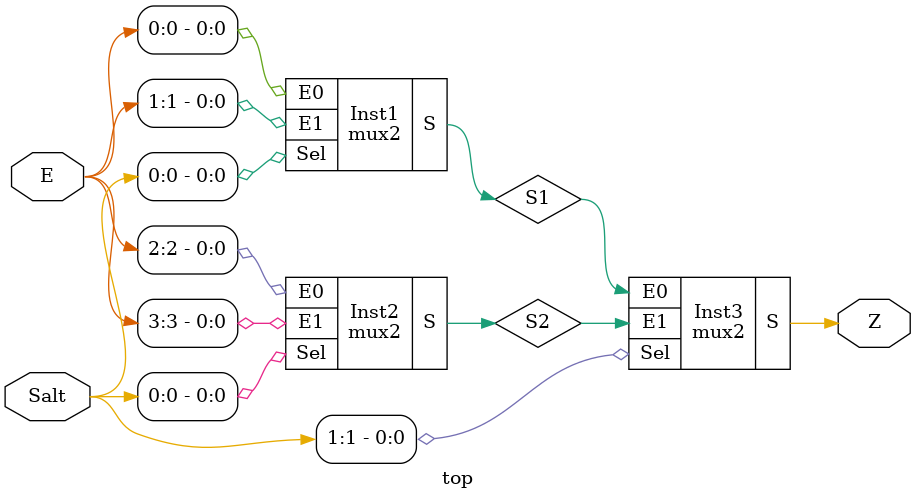
<source format=sv>
module mux2(input logic E0,
            input logic E1,
            input logic Sel,
            output logic S);
  always@(*)
    if (Sel) S<=E1;
    else S<=E0;
endmodule

module top(input logic[3:0] E,
           input logic[1:0] Salt,
           output logic Z);
  
  logic S1, S2;
  
  mux2 Inst1(.E0(E[0]),.E1(E[1]),.Sel(Salt[0]),.S(S1));
  mux2 Inst2(.E0(E[2]),.E1(E[3]),.Sel(Salt[0]),.S(S2));
  mux2 Inst3(.E0(S1),.E1(S2),.Sel(Salt[1]),.S(Z));
endmodule
    
</source>
